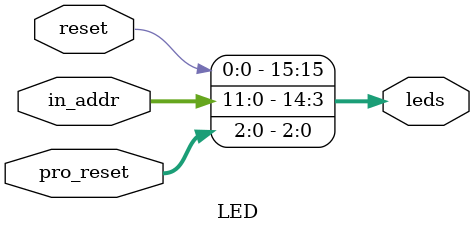
<source format=v>
`timescale 1ns / 1ps
module LED(reset,pro_reset,in_addr,leds);
input reset; //×Ü¿ª¹Ø£¬Êý¾ÝÕý³£ÏÔÊ¾
input [2:0]pro_reset;   //3¸ö¿ª¹Ø×éºÏÀ´Ñ¡Ôñ¸÷ÖÖ²ÎÊý£º±ÈÈçPCµÄÖµ£¬±ÈÈçÊ±ÖÓÖÜÆÚÊý£¬ÓÐÌõ¼þ·ÖÖ§×ªÒÆÊýµÈµÈ
//001´ú±í²é¿´pcÖµ
//010´ú±í²é¿´ÖÜÆÚÊý
//011´ú±í²é¿´ÓÐÌõ¼þ·ÖÖ§×ªÒÆÊý
//100´ú±í²é¿´ÓÐÌõ¼þ·ÖÖ§×ªÒÆ³É¹¦Êý
//101´ú±í²é¿´ÎÞÌõ¼þ·ÖÖ§Ö¸ÁîÊý
input [11:0]in_addr;    //µØÖ·ÊäÈë²¦Âë¿ª¹Ø,12Î»µØÖ·Öµ£¬×Ü¹²4KµÄÄÚ´æ
output [15:0]leds;  //16Î»µÄledµÆµÄÏÔÊ¾

assign leds[15]=reset;  //ÖØÖÃÖ¸Ê¾µÆ,×î×ó±ß

assign leds[2:0]=pro_reset;   //ÏÔÊ¾¸÷ÖÖ²ÎÊýµÄµÄledµÆ

assign leds[14:3]=in_addr;  //ÏÔÊ¾µØÖ·ÖµµÄledµÆ

endmodule

</source>
